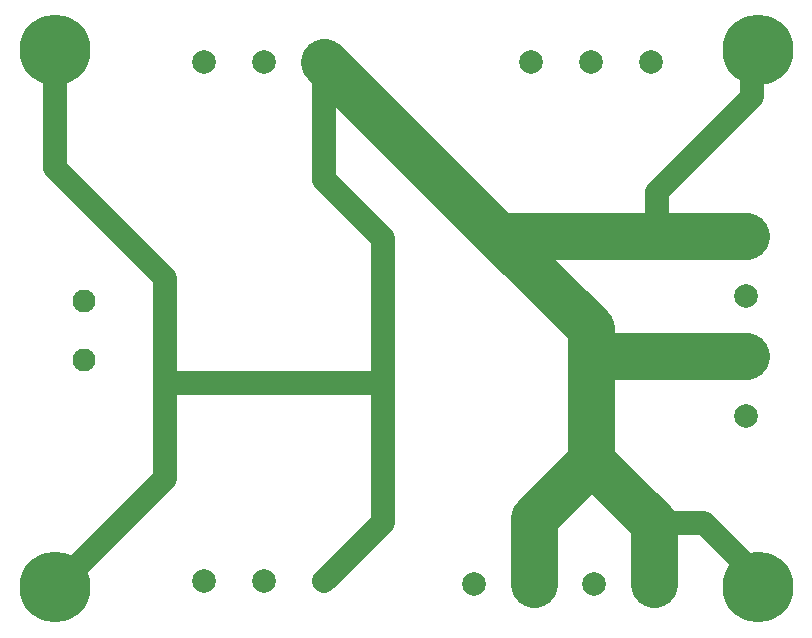
<source format=gbr>
%TF.GenerationSoftware,Altium Limited,Altium Designer,21.8.1 (53)*%
G04 Layer_Physical_Order=2*
G04 Layer_Color=16711680*
%FSLAX43Y43*%
%MOMM*%
%TF.SameCoordinates,AC333826-6736-4184-BEF3-4D2E4CB995F7*%
%TF.FilePolarity,Positive*%
%TF.FileFunction,Copper,L2,Bot,Signal*%
%TF.Part,Single*%
G01*
G75*
%TA.AperFunction,Conductor*%
%ADD10C,2.000*%
%ADD11C,4.000*%
%TA.AperFunction,ComponentPad*%
%ADD12C,2.000*%
%TA.AperFunction,ViaPad*%
%ADD13C,6.000*%
%TA.AperFunction,ComponentPad*%
%ADD14C,1.950*%
D10*
X63520Y49520D02*
X64000Y50000D01*
X55499Y37973D02*
X63520Y45994D01*
Y49520D01*
X55499Y34290D02*
Y37973D01*
X59470Y9911D02*
X64000Y5381D01*
X55240Y9911D02*
X59470D01*
X64000Y4500D02*
Y5381D01*
X27330Y39000D02*
Y49000D01*
X4500Y40000D02*
Y50000D01*
X13843Y13716D02*
Y21781D01*
X32004D02*
X32258Y22035D01*
X13843Y21781D02*
X32004D01*
X13843D02*
Y30657D01*
X4500Y4500D02*
X4627D01*
X13843Y13716D01*
X4500Y40000D02*
X13843Y30657D01*
X27330Y5000D02*
X32258Y9928D01*
Y22035D01*
Y34072D01*
X27330Y39000D02*
X32258Y34072D01*
D11*
X27330Y49000D02*
X42040Y34290D01*
X55499D02*
X63000D01*
X42040D02*
X55499D01*
X49911Y24130D02*
Y26419D01*
Y15240D02*
Y24130D01*
X63000D01*
X45080Y4813D02*
Y10409D01*
X49911Y15240D01*
X42040Y34290D02*
X49911Y26419D01*
Y15240D02*
X55240Y9911D01*
Y4813D02*
Y9911D01*
D12*
X55000Y49000D02*
D03*
X49920D02*
D03*
X44840D02*
D03*
X40000Y4813D02*
D03*
X45080D02*
D03*
X50160D02*
D03*
X55240D02*
D03*
X17170Y5000D02*
D03*
X22250D02*
D03*
X27330D02*
D03*
Y49000D02*
D03*
X22250D02*
D03*
X17170D02*
D03*
X63000Y19050D02*
D03*
Y24130D02*
D03*
Y29210D02*
D03*
Y34290D02*
D03*
D13*
X4500Y50000D02*
D03*
X64000D02*
D03*
Y4500D02*
D03*
X4500D02*
D03*
D14*
X6985Y23749D02*
D03*
Y28749D02*
D03*
%TF.MD5,65aacca8c37c3435a1b8e7d3481e8284*%
M02*

</source>
